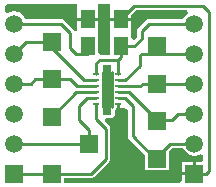
<source format=gbl>
%FSLAX25Y25*%
%MOIN*%
G70*
G01*
G75*
G04 Layer_Physical_Order=2*
G04 Layer_Color=16711680*
%ADD10R,0.01969X0.00984*%
%ADD11R,0.05000X0.06000*%
%ADD12C,0.01000*%
%ADD13R,0.02976X0.16500*%
%ADD14R,0.02559X0.07087*%
%ADD15R,0.05906X0.05906*%
%ADD16C,0.05906*%
%ADD17R,0.05906X0.05906*%
G36*
X141740Y128185D02*
X143224D01*
Y128185D01*
X144135Y127951D01*
X144471Y127721D01*
Y119000D01*
X144587Y118415D01*
X144919Y117919D01*
X150047Y112790D01*
Y107547D01*
X157953D01*
Y113790D01*
X159134Y114971D01*
X162774D01*
X162777Y114958D01*
X163650Y113650D01*
X164958Y112777D01*
X166500Y112470D01*
X168042Y112777D01*
X168492Y113077D01*
X169500Y112538D01*
Y111165D01*
X168787Y110453D01*
X167000D01*
Y106500D01*
X166500D01*
Y106000D01*
X162547D01*
Y104213D01*
X161835Y103500D01*
X122953Y103500D01*
Y104971D01*
X132000D01*
X132585Y105087D01*
X133081Y105419D01*
X138081Y110419D01*
X138413Y110915D01*
X138529Y111500D01*
Y121500D01*
X138413Y122085D01*
X138081Y122581D01*
X136753Y123910D01*
X137171Y124918D01*
X138976D01*
X139742Y125235D01*
X140059Y126000D01*
Y127515D01*
X140389Y128009D01*
X140424Y128185D01*
X140740D01*
Y129677D01*
X141740D01*
Y128185D01*
D02*
G37*
G36*
X127481Y163000D02*
X127500Y162000D01*
X127500Y161992D01*
Y158500D01*
X134500D01*
Y161992D01*
X134519Y163000D01*
X138481Y163000D01*
X138500Y162000D01*
X138500D01*
Y158500D01*
X145500D01*
Y159337D01*
X147134Y160971D01*
X164262D01*
X164568Y159963D01*
X163650Y159350D01*
X162777Y158042D01*
X162774Y158029D01*
X151500D01*
X151012Y157932D01*
X150915Y157913D01*
X150419Y157581D01*
X147919Y155081D01*
X147587Y154585D01*
X147471Y154000D01*
Y152134D01*
X146508Y151171D01*
X145500Y151588D01*
Y153000D01*
X145500D01*
Y154000D01*
X145500D01*
Y157500D01*
X138500D01*
Y154000D01*
X138500D01*
Y153000D01*
X138500D01*
Y146029D01*
X135331D01*
X134500Y146822D01*
Y152992D01*
X134500Y153000D01*
Y153500D01*
Y154000D01*
X134500Y154008D01*
Y157500D01*
X127500D01*
Y154008D01*
X127500Y154000D01*
X127465Y153962D01*
X126413Y154084D01*
X126413Y154085D01*
X126081Y154581D01*
X123081Y157581D01*
X122585Y157913D01*
X122000Y158029D01*
X110226D01*
X110223Y158042D01*
X109350Y159350D01*
X108042Y160223D01*
X106500Y160530D01*
X104958Y160223D01*
X104508Y159923D01*
X103500Y160461D01*
Y162287D01*
X104213Y163000D01*
X127481D01*
D02*
G37*
%LPC*%
G36*
X166000Y110453D02*
X162547D01*
Y107000D01*
X166000D01*
Y110453D01*
D02*
G37*
%LPD*%
D10*
X137598Y131055D02*
D03*
X133760Y139520D02*
D03*
Y137551D02*
D03*
Y135583D02*
D03*
Y133614D02*
D03*
Y131646D02*
D03*
Y129677D02*
D03*
X141240D02*
D03*
Y131646D02*
D03*
Y133614D02*
D03*
Y135583D02*
D03*
Y137551D02*
D03*
Y139520D02*
D03*
D11*
X131000Y158000D02*
D03*
Y149000D02*
D03*
X142000D02*
D03*
Y158000D02*
D03*
D12*
X153500Y111500D02*
X158500Y116500D01*
X166500D01*
X146000Y119000D02*
X153500Y111500D01*
X154000Y124500D02*
X159000D01*
X161000Y126500D02*
X166500D01*
X159000Y124500D02*
X161000Y126500D01*
X144886Y133614D02*
X154000Y124500D01*
Y136500D02*
X166500D01*
X149500D02*
X154000D01*
X148583Y135583D02*
X149500Y136500D01*
X141240Y135583D02*
X148583D01*
X151500Y156500D02*
X166500D01*
X149000Y154000D02*
X151500Y156500D01*
X149000Y151500D02*
Y154000D01*
X154000Y146500D02*
X166500D01*
X149000D02*
X154000D01*
Y149000D01*
X142000Y158000D02*
X146500Y162500D01*
X169500D01*
X171500Y160500D01*
Y107500D02*
Y160500D01*
X170500Y106500D02*
X171500Y107500D01*
X166500Y106500D02*
X170500D01*
X148500Y146000D02*
X149000Y146500D01*
X148500Y142500D02*
Y146000D01*
X143551Y137551D02*
X148500Y142500D01*
X142000Y149000D02*
X146500D01*
X149000Y151500D01*
X142000Y145500D02*
Y149000D01*
X141000Y144500D02*
X142000Y145500D01*
X135020Y144500D02*
X141000D01*
X141240Y139520D02*
Y144260D01*
X133760Y143240D02*
X135020Y144500D01*
X133760Y139520D02*
Y143240D01*
X127000Y146500D02*
X131000D01*
X125000Y148500D02*
X127000Y146500D01*
X125000Y148500D02*
Y153500D01*
X122000Y156500D02*
X125000Y153500D01*
X106500Y156500D02*
X122000D01*
X119000Y148500D02*
X129949Y137551D01*
X138976Y128595D02*
Y140405D01*
X136024Y128595D02*
Y140405D01*
X136516Y138043D02*
X138779D01*
X136024Y130957D02*
X138976D01*
X110500Y150500D02*
X119000D01*
X106500Y146500D02*
X110500Y150500D01*
X129949Y137551D02*
X133760D01*
X113500Y138000D02*
X119000D01*
X112000Y136500D02*
X113500Y138000D01*
X106500Y136500D02*
X112000D01*
X119000Y138000D02*
X125000D01*
X127417Y135583D01*
X133760D01*
X119000Y125500D02*
X127114Y133614D01*
X133760D01*
X128000Y129000D02*
X130646Y131646D01*
X133760D01*
X128000Y124500D02*
Y129000D01*
Y124500D02*
X131500Y121000D01*
Y116500D02*
Y121000D01*
X133760Y124740D02*
Y129654D01*
Y124740D02*
X137000Y121500D01*
X106500Y116500D02*
X131500D01*
X119000Y106500D02*
X132000D01*
X137000Y111500D01*
Y121500D01*
X106500Y106500D02*
X119000D01*
X146000Y119000D02*
Y129000D01*
X143354Y131646D02*
X146000Y129000D01*
X141240Y131646D02*
X143354D01*
X141240Y133614D02*
X144886D01*
X141240Y137551D02*
X143551D01*
D13*
X137488Y134250D02*
D03*
D14*
X137500Y134500D02*
D03*
D15*
X166500Y106500D02*
D03*
X106500D02*
D03*
X154000Y149000D02*
D03*
D16*
X166500Y116500D02*
D03*
Y126500D02*
D03*
Y136500D02*
D03*
Y146500D02*
D03*
Y156500D02*
D03*
X106500Y116500D02*
D03*
Y126500D02*
D03*
Y136500D02*
D03*
Y146500D02*
D03*
Y156500D02*
D03*
D17*
X119000Y106500D02*
D03*
X131500Y116500D02*
D03*
X119000Y125500D02*
D03*
Y138000D02*
D03*
Y150500D02*
D03*
X154000Y111500D02*
D03*
Y124000D02*
D03*
Y136500D02*
D03*
M02*

</source>
